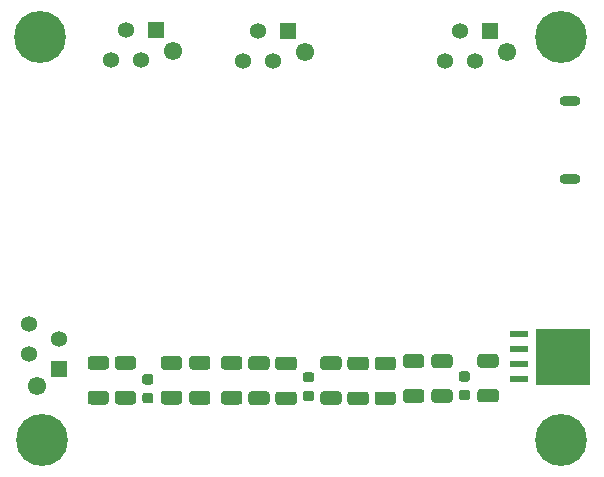
<source format=gbs>
G04 #@! TF.GenerationSoftware,KiCad,Pcbnew,5.99.0+really5.1.10+dfsg1-1*
G04 #@! TF.CreationDate,2021-12-28T19:21:21+02:00*
G04 #@! TF.ProjectId,components_main_board,636f6d70-6f6e-4656-9e74-735f6d61696e,V0.1*
G04 #@! TF.SameCoordinates,Original*
G04 #@! TF.FileFunction,Soldermask,Bot*
G04 #@! TF.FilePolarity,Negative*
%FSLAX46Y46*%
G04 Gerber Fmt 4.6, Leading zero omitted, Abs format (unit mm)*
G04 Created by KiCad (PCBNEW 5.99.0+really5.1.10+dfsg1-1) date 2021-12-28 19:21:21*
%MOMM*%
%LPD*%
G01*
G04 APERTURE LIST*
%ADD10O,1.800000X0.900000*%
%ADD11C,4.400000*%
%ADD12R,1.620000X0.600000*%
%ADD13R,4.580000X4.800000*%
%ADD14C,1.550000*%
%ADD15C,1.358000*%
%ADD16R,1.358000X1.358000*%
G04 APERTURE END LIST*
G36*
G01*
X229949999Y-122300000D02*
X231250001Y-122300000D01*
G75*
G02*
X231500000Y-122549999I0J-249999D01*
G01*
X231500000Y-123200001D01*
G75*
G02*
X231250001Y-123450000I-249999J0D01*
G01*
X229949999Y-123450000D01*
G75*
G02*
X229700000Y-123200001I0J249999D01*
G01*
X229700000Y-122549999D01*
G75*
G02*
X229949999Y-122300000I249999J0D01*
G01*
G37*
G36*
G01*
X229949999Y-119350000D02*
X231250001Y-119350000D01*
G75*
G02*
X231500000Y-119599999I0J-249999D01*
G01*
X231500000Y-120250001D01*
G75*
G02*
X231250001Y-120500000I-249999J0D01*
G01*
X229949999Y-120500000D01*
G75*
G02*
X229700000Y-120250001I0J249999D01*
G01*
X229700000Y-119599999D01*
G75*
G02*
X229949999Y-119350000I249999J0D01*
G01*
G37*
G36*
G01*
X218949999Y-122525000D02*
X220250001Y-122525000D01*
G75*
G02*
X220500000Y-122774999I0J-249999D01*
G01*
X220500000Y-123425001D01*
G75*
G02*
X220250001Y-123675000I-249999J0D01*
G01*
X218949999Y-123675000D01*
G75*
G02*
X218700000Y-123425001I0J249999D01*
G01*
X218700000Y-122774999D01*
G75*
G02*
X218949999Y-122525000I249999J0D01*
G01*
G37*
G36*
G01*
X218949999Y-119575000D02*
X220250001Y-119575000D01*
G75*
G02*
X220500000Y-119824999I0J-249999D01*
G01*
X220500000Y-120475001D01*
G75*
G02*
X220250001Y-120725000I-249999J0D01*
G01*
X218949999Y-120725000D01*
G75*
G02*
X218700000Y-120475001I0J249999D01*
G01*
X218700000Y-119824999D01*
G75*
G02*
X218949999Y-119575000I249999J0D01*
G01*
G37*
G36*
G01*
X210549999Y-122500000D02*
X211850001Y-122500000D01*
G75*
G02*
X212100000Y-122749999I0J-249999D01*
G01*
X212100000Y-123400001D01*
G75*
G02*
X211850001Y-123650000I-249999J0D01*
G01*
X210549999Y-123650000D01*
G75*
G02*
X210300000Y-123400001I0J249999D01*
G01*
X210300000Y-122749999D01*
G75*
G02*
X210549999Y-122500000I249999J0D01*
G01*
G37*
G36*
G01*
X210549999Y-119550000D02*
X211850001Y-119550000D01*
G75*
G02*
X212100000Y-119799999I0J-249999D01*
G01*
X212100000Y-120450001D01*
G75*
G02*
X211850001Y-120700000I-249999J0D01*
G01*
X210549999Y-120700000D01*
G75*
G02*
X210300000Y-120450001I0J249999D01*
G01*
X210300000Y-119799999D01*
G75*
G02*
X210549999Y-119550000I249999J0D01*
G01*
G37*
G36*
G01*
X205549999Y-122475000D02*
X206850001Y-122475000D01*
G75*
G02*
X207100000Y-122724999I0J-249999D01*
G01*
X207100000Y-123375001D01*
G75*
G02*
X206850001Y-123625000I-249999J0D01*
G01*
X205549999Y-123625000D01*
G75*
G02*
X205300000Y-123375001I0J249999D01*
G01*
X205300000Y-122724999D01*
G75*
G02*
X205549999Y-122475000I249999J0D01*
G01*
G37*
G36*
G01*
X205549999Y-119525000D02*
X206850001Y-119525000D01*
G75*
G02*
X207100000Y-119774999I0J-249999D01*
G01*
X207100000Y-120425001D01*
G75*
G02*
X206850001Y-120675000I-249999J0D01*
G01*
X205549999Y-120675000D01*
G75*
G02*
X205300000Y-120425001I0J249999D01*
G01*
X205300000Y-119774999D01*
G75*
G02*
X205549999Y-119525000I249999J0D01*
G01*
G37*
G36*
G01*
X226049999Y-122325000D02*
X227350001Y-122325000D01*
G75*
G02*
X227600000Y-122574999I0J-249999D01*
G01*
X227600000Y-123225001D01*
G75*
G02*
X227350001Y-123475000I-249999J0D01*
G01*
X226049999Y-123475000D01*
G75*
G02*
X225800000Y-123225001I0J249999D01*
G01*
X225800000Y-122574999D01*
G75*
G02*
X226049999Y-122325000I249999J0D01*
G01*
G37*
G36*
G01*
X226049999Y-119375000D02*
X227350001Y-119375000D01*
G75*
G02*
X227600000Y-119624999I0J-249999D01*
G01*
X227600000Y-120275001D01*
G75*
G02*
X227350001Y-120525000I-249999J0D01*
G01*
X226049999Y-120525000D01*
G75*
G02*
X225800000Y-120275001I0J249999D01*
G01*
X225800000Y-119624999D01*
G75*
G02*
X226049999Y-119375000I249999J0D01*
G01*
G37*
G36*
G01*
X212849999Y-122525000D02*
X214150001Y-122525000D01*
G75*
G02*
X214400000Y-122774999I0J-249999D01*
G01*
X214400000Y-123425001D01*
G75*
G02*
X214150001Y-123675000I-249999J0D01*
G01*
X212849999Y-123675000D01*
G75*
G02*
X212600000Y-123425001I0J249999D01*
G01*
X212600000Y-122774999D01*
G75*
G02*
X212849999Y-122525000I249999J0D01*
G01*
G37*
G36*
G01*
X212849999Y-119575000D02*
X214150001Y-119575000D01*
G75*
G02*
X214400000Y-119824999I0J-249999D01*
G01*
X214400000Y-120475001D01*
G75*
G02*
X214150001Y-120725000I-249999J0D01*
G01*
X212849999Y-120725000D01*
G75*
G02*
X212600000Y-120475001I0J249999D01*
G01*
X212600000Y-119824999D01*
G75*
G02*
X212849999Y-119575000I249999J0D01*
G01*
G37*
G36*
G01*
X196949999Y-122475000D02*
X198250001Y-122475000D01*
G75*
G02*
X198500000Y-122724999I0J-249999D01*
G01*
X198500000Y-123375001D01*
G75*
G02*
X198250001Y-123625000I-249999J0D01*
G01*
X196949999Y-123625000D01*
G75*
G02*
X196700000Y-123375001I0J249999D01*
G01*
X196700000Y-122724999D01*
G75*
G02*
X196949999Y-122475000I249999J0D01*
G01*
G37*
G36*
G01*
X196949999Y-119525000D02*
X198250001Y-119525000D01*
G75*
G02*
X198500000Y-119774999I0J-249999D01*
G01*
X198500000Y-120425001D01*
G75*
G02*
X198250001Y-120675000I-249999J0D01*
G01*
X196949999Y-120675000D01*
G75*
G02*
X196700000Y-120425001I0J249999D01*
G01*
X196700000Y-119774999D01*
G75*
G02*
X196949999Y-119525000I249999J0D01*
G01*
G37*
G36*
G01*
X223649999Y-122325000D02*
X224950001Y-122325000D01*
G75*
G02*
X225200000Y-122574999I0J-249999D01*
G01*
X225200000Y-123225001D01*
G75*
G02*
X224950001Y-123475000I-249999J0D01*
G01*
X223649999Y-123475000D01*
G75*
G02*
X223400000Y-123225001I0J249999D01*
G01*
X223400000Y-122574999D01*
G75*
G02*
X223649999Y-122325000I249999J0D01*
G01*
G37*
G36*
G01*
X223649999Y-119375000D02*
X224950001Y-119375000D01*
G75*
G02*
X225200000Y-119624999I0J-249999D01*
G01*
X225200000Y-120275001D01*
G75*
G02*
X224950001Y-120525000I-249999J0D01*
G01*
X223649999Y-120525000D01*
G75*
G02*
X223400000Y-120275001I0J249999D01*
G01*
X223400000Y-119624999D01*
G75*
G02*
X223649999Y-119375000I249999J0D01*
G01*
G37*
G36*
G01*
X216649999Y-122500000D02*
X217950001Y-122500000D01*
G75*
G02*
X218200000Y-122749999I0J-249999D01*
G01*
X218200000Y-123400001D01*
G75*
G02*
X217950001Y-123650000I-249999J0D01*
G01*
X216649999Y-123650000D01*
G75*
G02*
X216400000Y-123400001I0J249999D01*
G01*
X216400000Y-122749999D01*
G75*
G02*
X216649999Y-122500000I249999J0D01*
G01*
G37*
G36*
G01*
X216649999Y-119550000D02*
X217950001Y-119550000D01*
G75*
G02*
X218200000Y-119799999I0J-249999D01*
G01*
X218200000Y-120450001D01*
G75*
G02*
X217950001Y-120700000I-249999J0D01*
G01*
X216649999Y-120700000D01*
G75*
G02*
X216400000Y-120450001I0J249999D01*
G01*
X216400000Y-119799999D01*
G75*
G02*
X216649999Y-119550000I249999J0D01*
G01*
G37*
G36*
G01*
X199249999Y-122475000D02*
X200550001Y-122475000D01*
G75*
G02*
X200800000Y-122724999I0J-249999D01*
G01*
X200800000Y-123375001D01*
G75*
G02*
X200550001Y-123625000I-249999J0D01*
G01*
X199249999Y-123625000D01*
G75*
G02*
X199000000Y-123375001I0J249999D01*
G01*
X199000000Y-122724999D01*
G75*
G02*
X199249999Y-122475000I249999J0D01*
G01*
G37*
G36*
G01*
X199249999Y-119525000D02*
X200550001Y-119525000D01*
G75*
G02*
X200800000Y-119774999I0J-249999D01*
G01*
X200800000Y-120425001D01*
G75*
G02*
X200550001Y-120675000I-249999J0D01*
G01*
X199249999Y-120675000D01*
G75*
G02*
X199000000Y-120425001I0J249999D01*
G01*
X199000000Y-119774999D01*
G75*
G02*
X199249999Y-119525000I249999J0D01*
G01*
G37*
G36*
G01*
X221249999Y-122525000D02*
X222550001Y-122525000D01*
G75*
G02*
X222800000Y-122774999I0J-249999D01*
G01*
X222800000Y-123425001D01*
G75*
G02*
X222550001Y-123675000I-249999J0D01*
G01*
X221249999Y-123675000D01*
G75*
G02*
X221000000Y-123425001I0J249999D01*
G01*
X221000000Y-122774999D01*
G75*
G02*
X221249999Y-122525000I249999J0D01*
G01*
G37*
G36*
G01*
X221249999Y-119575000D02*
X222550001Y-119575000D01*
G75*
G02*
X222800000Y-119824999I0J-249999D01*
G01*
X222800000Y-120475001D01*
G75*
G02*
X222550001Y-120725000I-249999J0D01*
G01*
X221249999Y-120725000D01*
G75*
G02*
X221000000Y-120475001I0J249999D01*
G01*
X221000000Y-119824999D01*
G75*
G02*
X221249999Y-119575000I249999J0D01*
G01*
G37*
G36*
G01*
X208249999Y-122475000D02*
X209550001Y-122475000D01*
G75*
G02*
X209800000Y-122724999I0J-249999D01*
G01*
X209800000Y-123375001D01*
G75*
G02*
X209550001Y-123625000I-249999J0D01*
G01*
X208249999Y-123625000D01*
G75*
G02*
X208000000Y-123375001I0J249999D01*
G01*
X208000000Y-122724999D01*
G75*
G02*
X208249999Y-122475000I249999J0D01*
G01*
G37*
G36*
G01*
X208249999Y-119525000D02*
X209550001Y-119525000D01*
G75*
G02*
X209800000Y-119774999I0J-249999D01*
G01*
X209800000Y-120425001D01*
G75*
G02*
X209550001Y-120675000I-249999J0D01*
G01*
X208249999Y-120675000D01*
G75*
G02*
X208000000Y-120425001I0J249999D01*
G01*
X208000000Y-119774999D01*
G75*
G02*
X208249999Y-119525000I249999J0D01*
G01*
G37*
G36*
G01*
X203149999Y-122475000D02*
X204450001Y-122475000D01*
G75*
G02*
X204700000Y-122724999I0J-249999D01*
G01*
X204700000Y-123375001D01*
G75*
G02*
X204450001Y-123625000I-249999J0D01*
G01*
X203149999Y-123625000D01*
G75*
G02*
X202900000Y-123375001I0J249999D01*
G01*
X202900000Y-122724999D01*
G75*
G02*
X203149999Y-122475000I249999J0D01*
G01*
G37*
G36*
G01*
X203149999Y-119525000D02*
X204450001Y-119525000D01*
G75*
G02*
X204700000Y-119774999I0J-249999D01*
G01*
X204700000Y-120425001D01*
G75*
G02*
X204450001Y-120675000I-249999J0D01*
G01*
X203149999Y-120675000D01*
G75*
G02*
X202900000Y-120425001I0J249999D01*
G01*
X202900000Y-119774999D01*
G75*
G02*
X203149999Y-119525000I249999J0D01*
G01*
G37*
D10*
X237501200Y-97909000D03*
X237501200Y-104509000D03*
D11*
X192800000Y-126600000D03*
X236800000Y-126600000D03*
X236800000Y-92500000D03*
X192700000Y-92500000D03*
D12*
X233207000Y-117687400D03*
X233207000Y-118957400D03*
X233207000Y-120227400D03*
X233207000Y-121497400D03*
D13*
X236917000Y-119592400D03*
D14*
X192445000Y-122033800D03*
D15*
X191705000Y-116823800D03*
X194245000Y-118093800D03*
X191705000Y-119363800D03*
D16*
X194245000Y-120633800D03*
X202500000Y-91900000D03*
D15*
X201230000Y-94440000D03*
X199960000Y-91900000D03*
X198690000Y-94440000D03*
D14*
X203900000Y-93700000D03*
X215100000Y-93786000D03*
D15*
X209890000Y-94526000D03*
X211160000Y-91986000D03*
X212430000Y-94526000D03*
D16*
X213700000Y-91986000D03*
D14*
X232200000Y-93800000D03*
D15*
X226990000Y-94540000D03*
X228260000Y-92000000D03*
X229530000Y-94540000D03*
D16*
X230800000Y-92000000D03*
G36*
G01*
X228343750Y-122380700D02*
X228856250Y-122380700D01*
G75*
G02*
X229075000Y-122599450I0J-218750D01*
G01*
X229075000Y-123036950D01*
G75*
G02*
X228856250Y-123255700I-218750J0D01*
G01*
X228343750Y-123255700D01*
G75*
G02*
X228125000Y-123036950I0J218750D01*
G01*
X228125000Y-122599450D01*
G75*
G02*
X228343750Y-122380700I218750J0D01*
G01*
G37*
G36*
G01*
X228343750Y-120805700D02*
X228856250Y-120805700D01*
G75*
G02*
X229075000Y-121024450I0J-218750D01*
G01*
X229075000Y-121461950D01*
G75*
G02*
X228856250Y-121680700I-218750J0D01*
G01*
X228343750Y-121680700D01*
G75*
G02*
X228125000Y-121461950I0J218750D01*
G01*
X228125000Y-121024450D01*
G75*
G02*
X228343750Y-120805700I218750J0D01*
G01*
G37*
G36*
G01*
X201543750Y-122637500D02*
X202056250Y-122637500D01*
G75*
G02*
X202275000Y-122856250I0J-218750D01*
G01*
X202275000Y-123293750D01*
G75*
G02*
X202056250Y-123512500I-218750J0D01*
G01*
X201543750Y-123512500D01*
G75*
G02*
X201325000Y-123293750I0J218750D01*
G01*
X201325000Y-122856250D01*
G75*
G02*
X201543750Y-122637500I218750J0D01*
G01*
G37*
G36*
G01*
X201543750Y-121062500D02*
X202056250Y-121062500D01*
G75*
G02*
X202275000Y-121281250I0J-218750D01*
G01*
X202275000Y-121718750D01*
G75*
G02*
X202056250Y-121937500I-218750J0D01*
G01*
X201543750Y-121937500D01*
G75*
G02*
X201325000Y-121718750I0J218750D01*
G01*
X201325000Y-121281250D01*
G75*
G02*
X201543750Y-121062500I218750J0D01*
G01*
G37*
G36*
G01*
X215143750Y-120882000D02*
X215656250Y-120882000D01*
G75*
G02*
X215875000Y-121100750I0J-218750D01*
G01*
X215875000Y-121538250D01*
G75*
G02*
X215656250Y-121757000I-218750J0D01*
G01*
X215143750Y-121757000D01*
G75*
G02*
X214925000Y-121538250I0J218750D01*
G01*
X214925000Y-121100750D01*
G75*
G02*
X215143750Y-120882000I218750J0D01*
G01*
G37*
G36*
G01*
X215143750Y-122457000D02*
X215656250Y-122457000D01*
G75*
G02*
X215875000Y-122675750I0J-218750D01*
G01*
X215875000Y-123113250D01*
G75*
G02*
X215656250Y-123332000I-218750J0D01*
G01*
X215143750Y-123332000D01*
G75*
G02*
X214925000Y-123113250I0J218750D01*
G01*
X214925000Y-122675750D01*
G75*
G02*
X215143750Y-122457000I218750J0D01*
G01*
G37*
M02*

</source>
